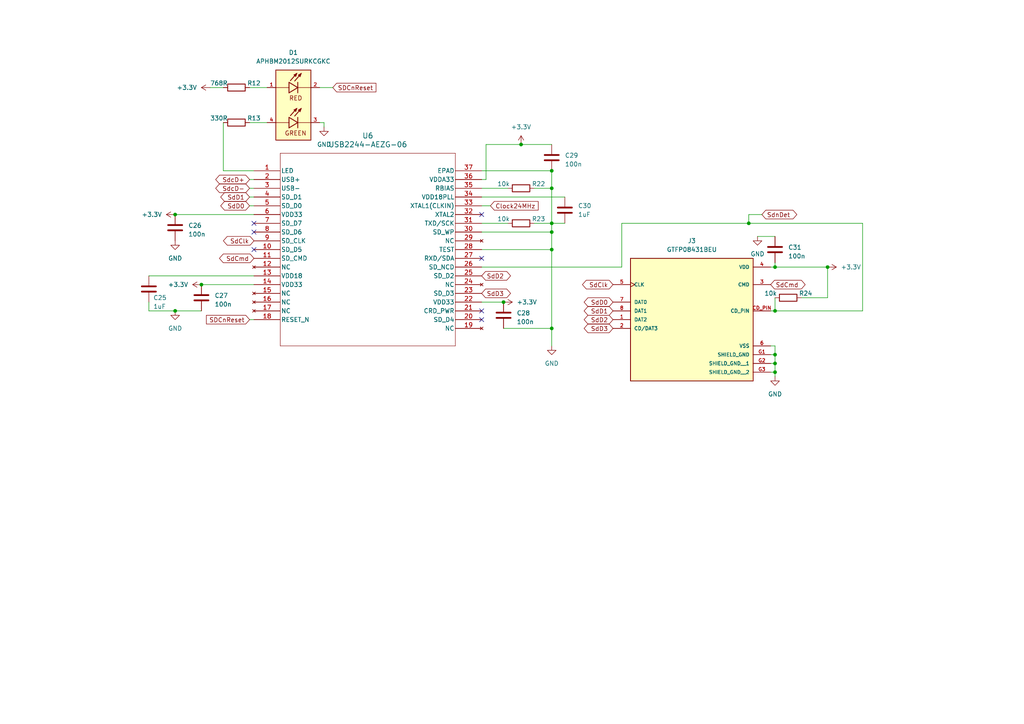
<source format=kicad_sch>
(kicad_sch (version 20230121) (generator eeschema)
  (paper "A4")
  (lib_symbols
    (symbol "Device:C" (pin_numbers hide) (pin_names (offset 0.254))
      (property "Reference" "C" (at 0.635 2.54 0))
      (property "Value" "C" (at 0.635 -2.54 0))
      (symbol "C_0_1"
        (polyline (pts (xy -2.032 -0.762) (xy 2.032 -0.762)) (stroke (width 0.508)))
        (polyline (pts (xy -2.032 0.762) (xy 2.032 0.762)) (stroke (width 0.508)))
      )
      (symbol "C_1_1"
        (pin passive line (at 0 3.81 270) (length 2.794) (name "~") (number "1"))
        (pin passive line (at 0 -3.81 90) (length 2.794) (name "~") (number "2"))
      )
    )
    (symbol "Device:R" (pin_numbers hide) (pin_names (offset 0))
      (property "Reference" "R" (at 2.032 0 90))
      (property "Value" "R" (at 0 0 90))
      (symbol "R_0_1"
        (rectangle (start -1.016 -2.54) (end 1.016 2.54) (stroke (width 0.254)))
      )
      (symbol "R_1_1"
        (pin passive line (at 0 3.81 270) (length 1.27) (name "~") (number "1"))
        (pin passive line (at 0 -3.81 90) (length 1.27) (name "~") (number "2"))
      )
    )
    (symbol "addOnTemplate:APHBM2012SURKCGKC" (pin_names (offset 1.016))
      (property "Reference" "D" (at -5.08 10.922 0))
      (property "Value" "APHBM2012SURKCGKC" (at -5.08 -12.7 0))
      (symbol "APHBM2012SURKCGKC_0_0"
        (rectangle (start -5.08 -10.16) (end 5.08 10.16) (stroke (width 0.254)) (fill (type background)))
        (polyline (pts (xy -1.27 -6.604) (xy 1.27 -5.08)) (stroke (width 0.254)))
        (polyline (pts (xy -1.27 -5.08) (xy -5.08 -5.08)) (stroke (width 0.1524)))
        (polyline (pts (xy -1.27 -5.08) (xy -1.27 -6.604)) (stroke (width 0.254)))
        (polyline (pts (xy -1.27 -3.556) (xy -1.27 -5.08)) (stroke (width 0.254)))
        (polyline (pts (xy -1.27 3.556) (xy 1.27 5.08)) (stroke (width 0.254)))
        (polyline (pts (xy -1.27 5.08) (xy -5.08 5.08)) (stroke (width 0.1524)))
        (polyline (pts (xy -1.27 5.08) (xy -1.27 3.556)) (stroke (width 0.254)))
        (polyline (pts (xy -1.27 6.604) (xy -1.27 5.08)) (stroke (width 0.254)))
        (polyline (pts (xy 0.9144 -1.0414) (xy -0.8636 -3.0734)) (stroke (width 0.254)))
        (polyline (pts (xy 0.9144 9.1186) (xy -0.8636 7.0866)) (stroke (width 0.254)))
        (polyline (pts (xy 1.27 -5.08) (xy -1.27 -3.556)) (stroke (width 0.254)))
        (polyline (pts (xy 1.27 -5.08) (xy 1.27 -6.604)) (stroke (width 0.254)))
        (polyline (pts (xy 1.27 -3.556) (xy 1.27 -5.08)) (stroke (width 0.254)))
        (polyline (pts (xy 1.27 5.08) (xy -1.27 6.604)) (stroke (width 0.254)))
        (polyline (pts (xy 1.27 5.08) (xy 1.27 3.556)) (stroke (width 0.254)))
        (polyline (pts (xy 1.27 6.604) (xy 1.27 5.08)) (stroke (width 0.254)))
        (polyline (pts (xy 2.159 -1.143) (xy 0.381 -3.175)) (stroke (width 0.254)))
        (polyline (pts (xy 2.159 9.017) (xy 0.381 6.985)) (stroke (width 0.254)))
        (polyline (pts (xy 5.08 -5.08) (xy 1.27 -5.08)) (stroke (width 0.1524)))
        (polyline (pts (xy 5.08 5.08) (xy 1.27 5.08)) (stroke (width 0.1524)))
        (polyline (pts (xy 0.127 -1.397) (xy 0.6985 -1.905) (xy 1.0795 -0.889) (xy 0.127 -1.397)) (stroke (width 0.1524)) (fill (type outline)))
        (polyline (pts (xy 0.127 8.763) (xy 0.6985 8.255) (xy 1.0795 9.271) (xy 0.127 8.763)) (stroke (width 0.1524)) (fill (type outline)))
        (polyline (pts (xy 1.397 -1.4605) (xy 1.9685 -1.9685) (xy 2.3495 -0.889) (xy 1.397 -1.4605)) (stroke (width 0.1524)) (fill (type outline)))
        (polyline (pts (xy 1.397 8.6995) (xy 1.9685 8.1915) (xy 2.3495 9.271) (xy 1.397 8.6995)) (stroke (width 0.1524)) (fill (type outline)))
        (text "GREEN" (at -2.54 -8.89 0) (effects (font (size 1.27 1.27)) (justify left bottom)))
        (text "RED" (at -1.27 1.27 0) (effects (font (size 1.27 1.27)) (justify left bottom)))
        (pin passive line (at -7.62 5.08 0) (length 2.54) (name "~") (number "1"))
        (pin passive line (at 7.62 5.08 180) (length 2.54) (name "~") (number "2"))
        (pin passive line (at 7.62 -5.08 180) (length 2.54) (name "~") (number "3"))
        (pin passive line (at -7.62 -5.08 0) (length 2.54) (name "~") (number "4"))
      )
    )
    (symbol "addOnTemplate:USB2244-AEZG-06" (pin_names (offset 0.254))
      (property "Reference" "U" (at 33.02 10.16 0))
      (property "Value" "USB2244-AEZG-06" (at 33.02 7.62 0))
      (symbol "USB2244-AEZG-06_0_1"
        (polyline (pts (xy 7.62 -50.8) (xy 58.42 -50.8)) (stroke (width 0.127)))
        (polyline (pts (xy 7.62 5.08) (xy 7.62 -50.8)) (stroke (width 0.127)))
        (polyline (pts (xy 58.42 -50.8) (xy 58.42 5.08)) (stroke (width 0.127)))
        (polyline (pts (xy 58.42 5.08) (xy 7.62 5.08)) (stroke (width 0.127)))
        (pin bidirectional line (at 0 0 0) (length 7.62) (name "LED") (number "1"))
        (pin bidirectional line (at 0 -22.86 0) (length 7.62) (name "SD_D5") (number "10"))
        (pin bidirectional line (at 0 -25.4 0) (length 7.62) (name "SD_CMD") (number "11"))
        (pin no_connect line (at 0 -27.94 0) (length 7.62) (name "NC") (number "12"))
        (pin power_in line (at 0 -30.48 0) (length 7.62) (name "VDD18") (number "13"))
        (pin power_in line (at 0 -33.02 0) (length 7.62) (name "VDD33") (number "14"))
        (pin no_connect line (at 0 -35.56 0) (length 7.62) (name "NC") (number "15"))
        (pin no_connect line (at 0 -38.1 0) (length 7.62) (name "NC") (number "16"))
        (pin no_connect line (at 0 -40.64 0) (length 7.62) (name "NC") (number "17"))
        (pin input line (at 0 -43.18 0) (length 7.62) (name "RESET_N") (number "18"))
        (pin no_connect line (at 66.04 -45.72 180) (length 7.62) (name "NC") (number "19"))
        (pin bidirectional line (at 0 -2.54 0) (length 7.62) (name "USB+") (number "2"))
        (pin bidirectional line (at 66.04 -43.18 180) (length 7.62) (name "SD_D4") (number "20"))
        (pin bidirectional line (at 66.04 -40.64 180) (length 7.62) (name "CRD_PWR") (number "21"))
        (pin power_in line (at 66.04 -38.1 180) (length 7.62) (name "VDD33") (number "22"))
        (pin bidirectional line (at 66.04 -35.56 180) (length 7.62) (name "SD_D3") (number "23"))
        (pin no_connect line (at 66.04 -33.02 180) (length 7.62) (name "NC") (number "24"))
        (pin bidirectional line (at 66.04 -30.48 180) (length 7.62) (name "SD_D2") (number "25"))
        (pin bidirectional line (at 66.04 -27.94 180) (length 7.62) (name "SD_NCD") (number "26"))
        (pin bidirectional line (at 66.04 -25.4 180) (length 7.62) (name "RXD/SDA") (number "27"))
        (pin input line (at 66.04 -22.86 180) (length 7.62) (name "TEST") (number "28"))
        (pin no_connect line (at 66.04 -20.32 180) (length 7.62) (name "NC") (number "29"))
        (pin bidirectional line (at 0 -5.08 0) (length 7.62) (name "USB-") (number "3"))
        (pin unspecified line (at 66.04 -17.78 180) (length 7.62) (name "SD_WP") (number "30"))
        (pin bidirectional line (at 66.04 -15.24 180) (length 7.62) (name "TXD/SCK") (number "31"))
        (pin output line (at 66.04 -12.7 180) (length 7.62) (name "XTAL2") (number "32"))
        (pin input line (at 66.04 -10.16 180) (length 7.62) (name "XTAL1(CLKIN)") (number "33"))
        (pin power_in line (at 66.04 -7.62 180) (length 7.62) (name "VDD18PLL") (number "34"))
        (pin input line (at 66.04 -5.08 180) (length 7.62) (name "RBIAS") (number "35"))
        (pin power_in line (at 66.04 -2.54 180) (length 7.62) (name "VDDA33") (number "36"))
        (pin unspecified line (at 66.04 0 180) (length 7.62) (name "EPAD") (number "37"))
        (pin bidirectional line (at 0 -7.62 0) (length 7.62) (name "SD_D1") (number "4"))
        (pin bidirectional line (at 0 -10.16 0) (length 7.62) (name "SD_D0") (number "5"))
        (pin power_in line (at 0 -12.7 0) (length 7.62) (name "VDD33") (number "6"))
        (pin bidirectional line (at 0 -15.24 0) (length 7.62) (name "SD_D7") (number "7"))
        (pin bidirectional line (at 0 -17.78 0) (length 7.62) (name "SD_D6") (number "8"))
        (pin output line (at 0 -20.32 0) (length 7.62) (name "SD_CLK") (number "9"))
      )
    )
    (symbol "cpuAddOn:GTFP08431BEU" (pin_names (offset 1.016))
      (property "Reference" "J" (at -17.78 16.002 0))
      (property "Value" "GTFP08431BEU" (at -17.78 -22.86 0))
      (symbol "GTFP08431BEU_0_0"
        (rectangle (start -17.78 -20.32) (end 17.78 15.24) (stroke (width 0.254)) (fill (type background)))
        (pin bidirectional line (at -22.86 -2.54 0) (length 5.08) (name "DAT2") (number "1"))
        (pin bidirectional line (at -22.86 -5.08 0) (length 5.08) (name "CD/DAT3") (number "2"))
        (pin bidirectional line (at 22.86 7.62 180) (length 5.08) (name "CMD") (number "3"))
        (pin power_in line (at 22.86 12.7 180) (length 5.08) (name "VDD") (number "4"))
        (pin bidirectional clock (at -22.86 7.62 0) (length 5.08) (name "CLK") (number "5"))
        (pin power_in line (at 22.86 -10.16 180) (length 5.08) (name "VSS") (number "6"))
        (pin bidirectional line (at -22.86 2.54 0) (length 5.08) (name "DAT0") (number "7"))
        (pin bidirectional line (at -22.86 0 0) (length 5.08) (name "DAT1") (number "8"))
        (pin bidirectional line (at 22.86 0 180) (length 5.08) (name "CD_PIN") (number "CD_PIN"))
        (pin power_in line (at 22.86 -12.7 180) (length 5.08) (name "SHIELD_GND") (number "G1"))
        (pin power_in line (at 22.86 -15.24 180) (length 5.08) (name "SHIELD_GND__1") (number "G2"))
        (pin power_in line (at 22.86 -17.78 180) (length 5.08) (name "SHIELD_GND__2") (number "G3"))
      )
    )
    (symbol "power:+3.3V" (power) (pin_names (offset 0))
      (property "Value" "+3.3V" (at 0 3.556 0))
      (symbol "+3.3V_0_1"
        (polyline (pts (xy -0.762 1.27) (xy 0 2.54)))
        (polyline (pts (xy 0 0) (xy 0 2.54)))
        (polyline (pts (xy 0 2.54) (xy 0.762 1.27)))
      )
      (symbol "+3.3V_1_1"
        (pin power_in line (at 0 0 90) (length 0) hide (name "+3.3V") (number "1"))
      )
    )
    (symbol "power:GND" (power) (pin_names (offset 0))
      (property "Value" "GND" (at 0 -3.81 0))
      (symbol "GND_0_1"
        (polyline (pts (xy 0 0) (xy 0 -1.27) (xy 1.27 -1.27) (xy 0 -2.54) (xy -1.27 -1.27) (xy 0 -1.27)))
      )
      (symbol "GND_1_1"
        (pin power_in line (at 0 0 270) (length 0) hide (name "GND") (number "1"))
      )
    )
  )
  (junction (at 224.79 107.95))
  (junction (at 240.03 77.47))
  (junction (at 160.02 95.25))
  (junction (at 160.02 67.31))
  (junction (at 160.02 54.61))
  (junction (at 224.79 105.41))
  (junction (at 217.17 64.77))
  (junction (at 146.05 87.63))
  (junction (at 160.02 72.39))
  (junction (at 224.79 77.47))
  (junction (at 224.79 90.17))
  (junction (at 50.8 62.23))
  (junction (at 50.8 90.17))
  (junction (at 224.79 102.87))
  (junction (at 160.02 49.53))
  (junction (at 160.02 64.77))
  (junction (at 58.42 82.55))
  (junction (at 151.13 41.91))
  (no_connect (at 73.66 67.31))
  (no_connect (at 73.66 72.39))
  (no_connect (at 73.66 64.77))
  (no_connect (at 139.7 92.71))
  (no_connect (at 139.7 62.23))
  (no_connect (at 139.7 90.17))
  (no_connect (at 139.7 74.93))
  (wire (pts (xy 154.94 64.77) (xy 160.02 64.77)))
  (wire (pts (xy 50.8 62.23) (xy 73.66 62.23)))
  (wire (pts (xy 160.02 95.25) (xy 160.02 100.33)))
  (wire (pts (xy 217.17 64.77) (xy 250.19 64.77)))
  (wire (pts (xy 92.71 25.4) (xy 96.52 25.4)))
  (wire (pts (xy 72.39 59.69) (xy 73.66 59.69)))
  (wire (pts (xy 139.7 57.15) (xy 163.83 57.15)))
  (wire (pts (xy 160.02 72.39) (xy 160.02 95.25)))
  (wire (pts (xy 64.77 35.56) (xy 64.77 49.53)))
  (wire (pts (xy 151.13 41.91) (xy 140.97 41.91)))
  (wire (pts (xy 43.18 87.63) (xy 43.18 90.17)))
  (wire (pts (xy 160.02 64.77) (xy 160.02 67.31)))
  (wire (pts (xy 224.79 77.47) (xy 240.03 77.47)))
  (wire (pts (xy 60.96 25.4) (xy 64.77 25.4)))
  (wire (pts (xy 217.17 62.23) (xy 217.17 64.77)))
  (wire (pts (xy 139.7 64.77) (xy 147.32 64.77)))
  (wire (pts (xy 223.52 100.33) (xy 224.79 100.33)))
  (wire (pts (xy 154.94 54.61) (xy 160.02 54.61)))
  (wire (pts (xy 223.52 107.95) (xy 224.79 107.95)))
  (wire (pts (xy 223.52 77.47) (xy 224.79 77.47)))
  (wire (pts (xy 72.39 92.71) (xy 73.66 92.71)))
  (wire (pts (xy 92.71 35.56) (xy 93.98 35.56)))
  (wire (pts (xy 220.98 62.23) (xy 217.17 62.23)))
  (wire (pts (xy 93.98 35.56) (xy 93.98 36.83)))
  (wire (pts (xy 160.02 49.53) (xy 160.02 54.61)))
  (wire (pts (xy 160.02 54.61) (xy 160.02 64.77)))
  (wire (pts (xy 72.39 35.56) (xy 77.47 35.56)))
  (wire (pts (xy 139.7 54.61) (xy 147.32 54.61)))
  (wire (pts (xy 140.97 41.91) (xy 140.97 52.07)))
  (wire (pts (xy 72.39 52.07) (xy 73.66 52.07)))
  (wire (pts (xy 224.79 105.41) (xy 224.79 107.95)))
  (wire (pts (xy 180.34 64.77) (xy 217.17 64.77)))
  (wire (pts (xy 146.05 95.25) (xy 160.02 95.25)))
  (wire (pts (xy 180.34 77.47) (xy 180.34 64.77)))
  (wire (pts (xy 72.39 57.15) (xy 73.66 57.15)))
  (wire (pts (xy 224.79 86.36) (xy 224.79 90.17)))
  (wire (pts (xy 224.79 107.95) (xy 224.79 109.22)))
  (wire (pts (xy 43.18 80.01) (xy 73.66 80.01)))
  (wire (pts (xy 160.02 67.31) (xy 160.02 72.39)))
  (wire (pts (xy 43.18 90.17) (xy 50.8 90.17)))
  (wire (pts (xy 223.52 102.87) (xy 224.79 102.87)))
  (wire (pts (xy 139.7 87.63) (xy 146.05 87.63)))
  (wire (pts (xy 250.19 64.77) (xy 250.19 90.17)))
  (wire (pts (xy 139.7 59.69) (xy 142.24 59.69)))
  (wire (pts (xy 160.02 41.91) (xy 151.13 41.91)))
  (wire (pts (xy 139.7 49.53) (xy 160.02 49.53)))
  (wire (pts (xy 223.52 105.41) (xy 224.79 105.41)))
  (wire (pts (xy 224.79 100.33) (xy 224.79 102.87)))
  (wire (pts (xy 64.77 49.53) (xy 73.66 49.53)))
  (wire (pts (xy 72.39 54.61) (xy 73.66 54.61)))
  (wire (pts (xy 139.7 77.47) (xy 180.34 77.47)))
  (wire (pts (xy 140.97 52.07) (xy 139.7 52.07)))
  (wire (pts (xy 219.71 68.58) (xy 224.79 68.58)))
  (wire (pts (xy 224.79 76.2) (xy 224.79 77.47)))
  (wire (pts (xy 240.03 86.36) (xy 240.03 77.47)))
  (wire (pts (xy 250.19 90.17) (xy 224.79 90.17)))
  (wire (pts (xy 160.02 64.77) (xy 163.83 64.77)))
  (wire (pts (xy 139.7 72.39) (xy 160.02 72.39)))
  (wire (pts (xy 224.79 90.17) (xy 223.52 90.17)))
  (wire (pts (xy 58.42 82.55) (xy 73.66 82.55)))
  (wire (pts (xy 139.7 67.31) (xy 160.02 67.31)))
  (wire (pts (xy 232.41 86.36) (xy 240.03 86.36)))
  (wire (pts (xy 72.39 25.4) (xy 77.47 25.4)))
  (wire (pts (xy 50.8 90.17) (xy 58.42 90.17)))
  (wire (pts (xy 224.79 102.87) (xy 224.79 105.41)))
  (global_label "SdD3" (shape bidirectional) (at 139.7 85.09 0) (property "Intersheetrefs" "${INTERSHEET_REFS}" (effects hide)))
  (global_label "Clock24MHz" (shape input) (at 142.24 59.69 0) (property "Intersheetrefs" "${INTERSHEET_REFS}" (effects hide)))
  (global_label "SdCmd" (shape bidirectional) (at 73.66 74.93 180) (property "Intersheetrefs" "${INTERSHEET_REFS}" (effects hide)))
  (global_label "SdD1" (shape bidirectional) (at 72.39 57.15 180) (property "Intersheetrefs" "${INTERSHEET_REFS}" (effects hide)))
  (global_label "SdcD-" (shape bidirectional) (at 72.39 54.61 180) (property "Intersheetrefs" "${INTERSHEET_REFS}" (effects hide)))
  (global_label "SdCmd" (shape bidirectional) (at 223.52 82.55 0) (property "Intersheetrefs" "${INTERSHEET_REFS}" (effects hide)))
  (global_label "SdD0" (shape bidirectional) (at 177.8 87.63 180) (property "Intersheetrefs" "${INTERSHEET_REFS}" (effects hide)))
  (global_label "SdD0" (shape bidirectional) (at 72.39 59.69 180) (property "Intersheetrefs" "${INTERSHEET_REFS}" (effects hide)))
  (global_label "SDCnReset" (shape input) (at 72.39 92.71 180) (property "Intersheetrefs" "${INTERSHEET_REFS}" (effects hide)))
  (global_label "SdD2" (shape bidirectional) (at 177.8 92.71 180) (property "Intersheetrefs" "${INTERSHEET_REFS}" (effects hide)))
  (global_label "SdD2" (shape bidirectional) (at 139.7 80.01 0) (property "Intersheetrefs" "${INTERSHEET_REFS}" (effects hide)))
  (global_label "SdcD+" (shape bidirectional) (at 72.39 52.07 180) (property "Intersheetrefs" "${INTERSHEET_REFS}" (effects hide)))
  (global_label "SdD1" (shape bidirectional) (at 177.8 90.17 180) (property "Intersheetrefs" "${INTERSHEET_REFS}" (effects hide)))
  (global_label "SdD3" (shape bidirectional) (at 177.8 95.25 180) (property "Intersheetrefs" "${INTERSHEET_REFS}" (effects hide)))
  (global_label "SDCnReset" (shape input) (at 96.52 25.4 0) (property "Intersheetrefs" "${INTERSHEET_REFS}" (effects hide)))
  (global_label "SdClk" (shape bidirectional) (at 73.66 69.85 180) (property "Intersheetrefs" "${INTERSHEET_REFS}" (effects hide)))
  (global_label "SdnDet" (shape bidirectional) (at 220.98 62.23 0) (property "Intersheetrefs" "${INTERSHEET_REFS}" (effects hide)))
  (global_label "SdClk" (shape bidirectional) (at 177.8 82.55 180) (property "Intersheetrefs" "${INTERSHEET_REFS}" (effects hide)))
  (symbol (lib_id "Device:R") (at 228.6 86.36 90) (unit 1)
    (property "Reference" "R24" (at 233.68 85.09 90))
    (property "Value" "10k" (at 223.52 85.09 90))
    (property "Footprint" "Resistor_SMD:R_0402_1005Metric" (effects hide))
  )
  (symbol (lib_id "addOnTemplate:APHBM2012SURKCGKC") (at 85.09 30.48 0) (unit 1)
    (property "Reference" "D1" (at 85.09 15.24 0))
    (property "Value" "APHBM2012SURKCGKC" (at 85.09 17.78 0))
    (property "Footprint" "addOnTemplate:LED_APHBM2012SURKCGKC" (effects hide))
    (property "MF" "Kingbright" (effects hide))
    (property "DESCRIPTION" "Green, Red 570nm Green, 630nm Red LED Indication - Discrete 2.1V Green, 1.95V Red 0805 (2012 Metric)" (effects hide))
    (property "PACKAGE" "0805 Kingbright" (effects hide))
    (property "PRICE" "None" (effects hide))
    (property "MP" "APHBM2012SURKCGKC" (effects hide))
    (property "AVAILABILITY" "In Stock" (effects hide))
    (property "PURCHASE-URL" "https://pricing.snapeda.com/search/part/APHBM2012SURKCGKC/?ref=eda" (effects hide))
  )
  (symbol (lib_id "power:+3.3V") (at 146.05 87.63 270) (unit 1)
    (property "Reference" "#PWR054" (effects hide))
    (property "Value" "+3.3V" (at 149.86 87.63 90) (effects (justify left)))
  )
  (symbol (lib_id "Device:C") (at 146.05 91.44 0) (unit 1)
    (property "Reference" "C28" (at 149.86 90.805 0) (effects (justify left)))
    (property "Value" "100n" (at 149.86 93.345 0) (effects (justify left)))
    (property "Footprint" "Capacitor_SMD:C_0402_1005Metric" (effects hide))
  )
  (symbol (lib_id "Device:C") (at 163.83 60.96 0) (unit 1)
    (property "Reference" "C30" (at 167.64 59.69 0) (effects (justify left)))
    (property "Value" "1uF" (at 167.64 62.23 0) (effects (justify left)))
    (property "Footprint" "Capacitor_SMD:C_0402_1005Metric" (effects hide))
  )
  (symbol (lib_id "Device:R") (at 151.13 64.77 90) (unit 1)
    (property "Reference" "R23" (at 156.21 63.5 90))
    (property "Value" "10k" (at 146.05 63.5 90))
    (property "Footprint" "Resistor_SMD:R_0402_1005Metric" (effects hide))
  )
  (symbol (lib_id "power:GND") (at 224.79 109.22 0) (unit 1)
    (property "Reference" "#PWR058" (effects hide))
    (property "Value" "GND" (at 224.79 114.3 0))
  )
  (symbol (lib_id "Device:C") (at 50.8 66.04 0) (unit 1)
    (property "Reference" "C26" (at 54.61 65.405 0) (effects (justify left)))
    (property "Value" "100n" (at 54.61 67.945 0) (effects (justify left)))
    (property "Footprint" "Capacitor_SMD:C_0402_1005Metric" (effects hide))
  )
  (symbol (lib_id "power:+3.3V") (at 60.96 25.4 90) (unit 1)
    (property "Reference" "#PWR052" (effects hide))
    (property "Value" "+3.3V" (at 57.15 25.4 90) (effects (justify left)))
  )
  (symbol (lib_id "power:GND") (at 219.71 68.58 0) (unit 1)
    (property "Reference" "#PWR057" (effects hide))
    (property "Value" "GND" (at 219.71 73.66 0))
  )
  (symbol (lib_id "Device:C") (at 58.42 86.36 0) (unit 1)
    (property "Reference" "C27" (at 62.23 85.725 0) (effects (justify left)))
    (property "Value" "100n" (at 62.23 88.265 0) (effects (justify left)))
    (property "Footprint" "Capacitor_SMD:C_0402_1005Metric" (effects hide))
  )
  (symbol (lib_id "power:GND") (at 50.8 69.85 0) (unit 1)
    (property "Reference" "#PWR049" (effects hide))
    (property "Value" "GND" (at 50.8 74.93 0))
  )
  (symbol (lib_id "Device:R") (at 68.58 35.56 90) (unit 1)
    (property "Reference" "R13" (at 73.66 34.29 90))
    (property "Value" "330R" (at 63.5 34.29 90))
    (property "Footprint" "Resistor_SMD:R_0402_1005Metric" (effects hide))
  )
  (symbol (lib_id "power:+3.3V") (at 151.13 41.91 0) (unit 1)
    (property "Reference" "#PWR055" (effects hide))
    (property "Value" "+3.3V" (at 151.13 36.83 0))
  )
  (symbol (lib_id "addOnTemplate:USB2244-AEZG-06") (at 73.66 49.53 0) (unit 1)
    (property "Reference" "U6" (at 106.68 39.37 0) (effects (font (size 1.524 1.524))))
    (property "Value" "USB2244-AEZG-06" (at 106.68 41.91 0) (effects (font (size 1.524 1.524))))
    (property "Footprint" "addOnTemplate:QFN36_6X6MC_MCH" (effects hide))
    (property "Datasheet" "USB2244-AEZG-06" (effects hide))
  )
  (symbol (lib_id "power:+3.3V") (at 50.8 62.23 90) (unit 1)
    (property "Reference" "#PWR048" (effects hide))
    (property "Value" "+3.3V" (at 46.99 62.23 90) (effects (justify left)))
  )
  (symbol (lib_id "power:GND") (at 93.98 36.83 0) (unit 1)
    (property "Reference" "#PWR053" (effects hide))
    (property "Value" "GND" (at 93.98 41.91 0))
  )
  (symbol (lib_id "power:GND") (at 160.02 100.33 0) (unit 1)
    (property "Reference" "#PWR056" (effects hide))
    (property "Value" "GND" (at 160.02 105.41 0))
  )
  (symbol (lib_id "Device:R") (at 68.58 25.4 90) (unit 1)
    (property "Reference" "R12" (at 73.66 24.13 90))
    (property "Value" "768R" (at 63.5 24.13 90))
    (property "Footprint" "Resistor_SMD:R_0402_1005Metric" (effects hide))
  )
  (symbol (lib_id "power:GND") (at 50.8 90.17 0) (unit 1)
    (property "Reference" "#PWR050" (effects hide))
    (property "Value" "GND" (at 50.8 95.25 0))
  )
  (symbol (lib_id "cpuAddOn:GTFP08431BEU") (at 200.66 90.17 0) (unit 1)
    (property "Reference" "J3" (at 200.66 69.85 0))
    (property "Value" "GTFP08431BEU" (at 200.66 72.39 0))
    (property "Footprint" "addOnTemplate:AMPHENOL_GTFP08431BEU" (effects hide))
    (property "PARTREV" "F" (effects hide))
    (property "STANDARD" "Manufacturer Recommendations" (effects hide))
    (property "SNAPEDA_PN" "GTFP08431BEU" (effects hide))
    (property "MAXIMUM_PACKAGE_HEIGHT" "1.85 mm" (effects hide))
    (property "MANUFACTURER" "Amphenol" (effects hide))
  )
  (symbol (lib_id "Device:R") (at 151.13 54.61 90) (unit 1)
    (property "Reference" "R22" (at 156.21 53.34 90))
    (property "Value" "10k" (at 146.05 53.34 90))
    (property "Footprint" "Resistor_SMD:R_0402_1005Metric" (effects hide))
  )
  (symbol (lib_id "Device:C") (at 224.79 72.39 0) (unit 1)
    (property "Reference" "C31" (at 228.6 71.755 0) (effects (justify left)))
    (property "Value" "100n" (at 228.6 74.295 0) (effects (justify left)))
    (property "Footprint" "Capacitor_SMD:C_0402_1005Metric" (effects hide))
  )
  (symbol (lib_id "power:+3.3V") (at 240.03 77.47 270) (unit 1)
    (property "Reference" "#PWR059" (effects hide))
    (property "Value" "+3.3V" (at 243.84 77.47 90) (effects (justify left)))
  )
  (symbol (lib_id "Device:C") (at 43.18 83.82 0) (unit 1)
    (property "Reference" "C25" (at 44.45 86.36 0) (effects (justify left)))
    (property "Value" "1uF" (at 44.45 88.9 0) (effects (justify left)))
    (property "Footprint" "Capacitor_SMD:C_0402_1005Metric" (effects hide))
  )
  (symbol (lib_id "Device:C") (at 160.02 45.72 0) (unit 1)
    (property "Reference" "C29" (at 163.83 45.085 0) (effects (justify left)))
    (property "Value" "100n" (at 163.83 47.625 0) (effects (justify left)))
    (property "Footprint" "Capacitor_SMD:C_0402_1005Metric" (effects hide))
  )
  (symbol (lib_id "power:+3.3V") (at 58.42 82.55 90) (unit 1)
    (property "Reference" "#PWR051" (effects hide))
    (property "Value" "+3.3V" (at 54.61 82.55 90) (effects (justify left)))
  )
)
</source>
